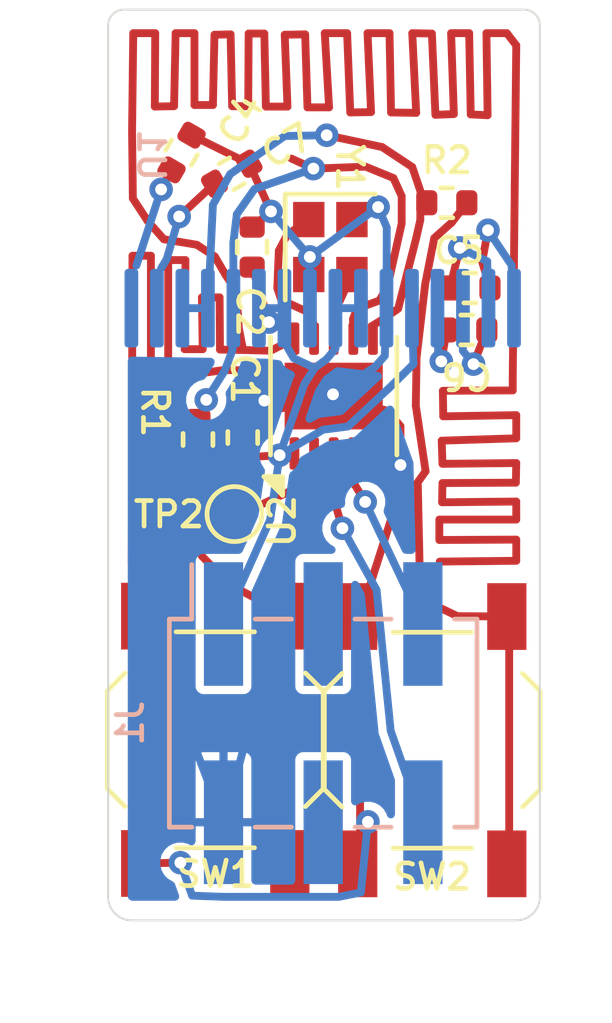
<source format=kicad_pcb>
(kicad_pcb (version 20241229) (generator "pcbnew") (generator_version "9.0")
  (layers (0 "F.Cu" signal) (2 "B.Cu" signal) (13 "F.Paste" user) (15 "B.Paste" user) (5 "F.SilkS" user "F.Silkscreen") (7 "B.SilkS" user "B.Silkscreen") (1 "F.Mask" user) (3 "B.Mask" user) (25 "Edge.Cuts" user))
  (net 0 "")
  (net 1 "GND")
  (net 2 "VDD")
  (net 3 "Net-(U1-VCC)")
  (net 4 "Net-(U1-C2P)")
  (net 5 "Net-(U1-C2N)")
  (net 6 "Net-(U1-C1N)")
  (net 7 "Net-(U1-C1P)")
  (net 8 "Net-(U1-VCOMH)")
  (net 9 "SWD")
  (net 11 "SWCLK")
  (net 13 "Net-(SW1-B)")
  (net 14 "Net-(SW1-A)")
  (net 15 "Net-(SW2-B)")
  (net 16 "DSCL")
  (net 17 "DSDA")
  (net 18 "Net-(U2-V5)")
  (net 19 "Net-(U2-XI)")
  (net 20 "Net-(U2-XO)")
  (footprint "Resistor_SMD:R_0402_1005Metric" (layer "F.Cu") (at 144.06 86.67 180)
    (property "Reference" "C6" (at 0 -1.17 180) (layer "F.SilkS") (effects (font (size 0.65 0.65) (thickness 0.12))))
    (property "Value" "1u")
    (fp_line (start -0.153641 0.38) (end 0.153641 0.38) (stroke (width 0.12)) (layer "F.SilkS"))
    (fp_line (start -0.153641 -0.38) (end 0.153641 -0.38) (stroke (width 0.12)) (layer "F.SilkS"))
    (pad "1" smd roundrect (at -0.51 0 180) (size 0.54 0.64) (layers "F.Cu" "F.Mask" "F.Paste") (net 7 "Net-(U1-C1P)"))
    (pad "2" smd roundrect (at 0.51 0 180) (size 0.54 0.64) (layers "F.Cu" "F.Mask" "F.Paste") (net 6 "Net-(U1-C1N)"))
  )
  (footprint "Crystal:Crystal_SMD_2016-4Pin_2.0x1.6mm" (layer "F.Cu") (at 140.582499 84.55875 -90)
    (property "Reference" "Y1" (at -2.01875 -0.497501 270) (layer "F.SilkS") (effects (font (size 0.65 0.65) (thickness 0.12))))
    (property "Value" "32MHz")
    (fp_line (start -1.35 1.15) (end 1.35 1.15) (stroke (width 0.12)) (layer "F.SilkS"))
    (fp_line (start -1.35 -1.15) (end -1.35 1.15) (stroke (width 0.12)) (layer "F.SilkS"))
    (pad "1" smd rect (at -0.7 0.55 270) (size 0.9 0.8) (layers "F.Cu" "F.Mask" "F.Paste") (net 19 "Net-(U2-XI)"))
    (pad "2" smd rect (at 0.7 0.55 270) (size 0.9 0.8) (layers "F.Cu" "F.Mask" "F.Paste") (net 1 "GND"))
    (pad "3" smd rect (at 0.7 -0.55 270) (size 0.9 0.8) (layers "F.Cu" "F.Mask" "F.Paste") (net 20 "Net-(U2-XO)"))
    (pad "4" smd rect (at -0.7 -0.55 270) (size 0.9 0.8) (layers "F.Cu" "F.Mask" "F.Paste") (net 1 "GND"))
  )
  (footprint "Resistor_SMD:R_0402_1005Metric" (layer "F.Cu") (at 138.35 89.41 -90)
    (property "Reference" "C1" (at -1.5 -0.05 270) (layer "F.SilkS") (effects (font (size 0.65 0.65) (thickness 0.12))))
    (property "Value" "1u")
    (fp_line (start -0.153641 0.38) (end 0.153641 0.38) (stroke (width 0.12)) (layer "F.SilkS"))
    (fp_line (start -0.153641 -0.38) (end 0.153641 -0.38) (stroke (width 0.12)) (layer "F.SilkS"))
    (pad "1" smd roundrect (at -0.51 0 270) (size 0.54 0.64) (layers "F.Cu" "F.Mask" "F.Paste") (net 1 "GND"))
    (pad "2" smd roundrect (at 0.51 0 270) (size 0.54 0.64) (layers "F.Cu" "F.Mask" "F.Paste") (net 2 "VDD"))
  )
  (footprint "Button_Switch_SMD:SW_SPST_TL3342" (layer "F.Cu") (at 137.65 97.11 90)
    (property "Reference" "SW1" (at -3.42 0 0) (layer "F.SilkS") (effects (font (size 0.65 0.65) (thickness 0.12))))
    (property "Value" "TS-1187A-B-A-B")
    (fp_line (start -1.25 -2.75) (end 1.25 -2.75) (stroke (width 0.12)) (layer "F.SilkS"))
    (fp_line (start 1.7 -2.3) (end 1.25 -2.75) (stroke (width 0.12)) (layer "F.SilkS"))
    (fp_line (start -1.7 -2.3) (end -1.25 -2.75) (stroke (width 0.12)) (layer "F.SilkS"))
    (fp_line (start 2.75 -1) (end 2.75 1) (stroke (width 0.12)) (layer "F.SilkS"))
    (fp_line (start -2.75 -1) (end -2.75 1) (stroke (width 0.12)) (layer "F.SilkS"))
    (fp_line (start 1.7 2.3) (end 1.25 2.75) (stroke (width 0.12)) (layer "F.SilkS"))
    (fp_line (start -1.7 2.3) (end -1.25 2.75) (stroke (width 0.12)) (layer "F.SilkS"))
    (fp_line (start -1.25 2.75) (end 1.25 2.75) (stroke (width 0.12)) (layer "F.SilkS"))
    (pad "1" smd rect (at -3.149999 -1.9 90) (size 1.7 1) (layers "F.Cu" "F.Mask" "F.Paste") (net 14 "Net-(SW1-A)"))
    (pad "1" smd rect (at 3.149999 -1.9 90) (size 1.7 1) (layers "F.Cu" "F.Mask" "F.Paste") (net 14 "Net-(SW1-A)"))
    (pad "2" smd rect (at -3.149999 1.9 90) (size 1.7 1) (layers "F.Cu" "F.Mask" "F.Paste") (net 13 "Net-(SW1-B)"))
    (pad "2" smd rect (at 3.149999 1.9 90) (size 1.7 1) (layers "F.Cu" "F.Mask" "F.Paste") (net 13 "Net-(SW1-B)"))
  )
  (footprint "Resistor_SMD:R_0402_1005Metric" (layer "F.Cu") (at 138.59 84.56 -90)
    (property "Reference" "C2" (at 1.64 0.05 270) (layer "F.SilkS") (effects (font (size 0.65 0.65) (thickness 0.12))))
    (property "Value" "1u")
    (fp_line (start -0.153641 0.38) (end 0.153641 0.38) (stroke (width 0.12)) (layer "F.SilkS"))
    (fp_line (start -0.153641 -0.38) (end 0.153641 -0.38) (stroke (width 0.12)) (layer "F.SilkS"))
    (pad "1" smd roundrect (at -0.51 0 270) (size 0.54 0.64) (layers "F.Cu" "F.Mask" "F.Paste") (net 1 "GND"))
    (pad "2" smd roundrect (at 0.51 0 270) (size 0.54 0.64) (layers "F.Cu" "F.Mask" "F.Paste") (net 2 "VDD"))
  )
  (footprint "TestPoint:TestPoint_Pad_D1.0mm" (layer "F.Cu") (at 138.14 91.36)
    (property "Reference" "TP2" (at -1.67 0.01 0) (layer "F.SilkS") (effects (font (size 0.65 0.65) (thickness 0.12))))
    (property "Value" "V5TP")
    (fp_circle (center 0 0) (end 0 0.7) (stroke (width 0.12)) (fill no) (layer "F.SilkS"))
    (pad "1" smd circle (at 0 0) (size 1 1) (layers "F.Cu" "F.Mask") (net 18 "Net-(U2-V5)"))
  )
  (footprint "Resistor_SMD:R_0402_1005Metric" (layer "F.Cu") (at 144.14 85.6)
    (property "Reference" "C5" (at -0.28 -0.95 0) (layer "F.SilkS") (effects (font (size 0.65 0.65) (thickness 0.12))))
    (property "Value" "1u")
    (fp_line (start -0.153641 -0.38) (end 0.153641 -0.38) (stroke (width 0.12)) (layer "F.SilkS"))
    (fp_line (start -0.153641 0.38) (end 0.153641 0.38) (stroke (width 0.12)) (layer "F.SilkS"))
    (pad "1" smd roundrect (at -0.51 0) (size 0.54 0.64) (layers "F.Cu" "F.Mask" "F.Paste") (net 5 "Net-(U1-C2N)"))
    (pad "2" smd roundrect (at 0.51 0) (size 0.54 0.64) (layers "F.Cu" "F.Mask" "F.Paste") (net 4 "Net-(U1-C2P)"))
  )
  (footprint "Button_Switch_SMD:SW_SPST_TL3342" (layer "F.Cu") (at 143.18 97.12 90)
    (property "Reference" "SW2" (at -3.48 -0.01 0) (layer "F.SilkS") (effects (font (size 0.65 0.65) (thickness 0.12))))
    (property "Value" "TS-1187A-B-A-B")
    (fp_line (start -1.25 -2.75) (end 1.25 -2.75) (stroke (width 0.12)) (layer "F.SilkS"))
    (fp_line (start 1.7 -2.3) (end 1.25 -2.75) (stroke (width 0.12)) (layer "F.SilkS"))
    (fp_line (start -1.7 -2.3) (end -1.25 -2.75) (stroke (width 0.12)) (layer "F.SilkS"))
    (fp_line (start 2.75 -1) (end 2.75 1) (stroke (width 0.12)) (layer "F.SilkS"))
    (fp_line (start -2.75 -1) (end -2.75 1) (stroke (width 0.12)) (layer "F.SilkS"))
    (fp_line (start 1.7 2.3) (end 1.25 2.75) (stroke (width 0.12)) (layer "F.SilkS"))
    (fp_line (start -1.7 2.3) (end -1.25 2.75) (stroke (width 0.12)) (layer "F.SilkS"))
    (fp_line (start -1.25 2.75) (end 1.25 2.75) (stroke (width 0.12)) (layer "F.SilkS"))
    (pad "1" smd rect (at -3.149999 -1.9 90) (size 1.7 1) (layers "F.Cu" "F.Mask" "F.Paste") (net 14 "Net-(SW1-A)"))
    (pad "1" smd rect (at 3.149999 -1.9 90) (size 1.7 1) (layers "F.Cu" "F.Mask" "F.Paste") (net 14 "Net-(SW1-A)"))
    (pad "2" smd rect (at -3.149999 1.9 90) (size 1.7 1) (layers "F.Cu" "F.Mask" "F.Paste") (net 15 "Net-(SW2-B)"))
    (pad "2" smd rect (at 3.149999 1.9 90) (size 1.7 1) (layers "F.Cu" "F.Mask" "F.Paste") (net 15 "Net-(SW2-B)"))
  )
  (footprint "Resistor_SMD:R_0402_1005Metric" (layer "F.Cu") (at 137.21 89.46 90)
    (property "Reference" "R1" (at 0.701962 -1.095833 270) (layer "F.SilkS") (effects (font (size 0.65 0.65) (thickness 0.12))))
    (property "Value" "5.1k")
    (fp_line (start -0.153641 -0.38) (end 0.153641 -0.38) (stroke (width 0.12)) (layer "F.SilkS"))
    (fp_line (start -0.153641 0.38) (end 0.153641 0.38) (stroke (width 0.12)) (layer "F.SilkS"))
    (pad "1" smd roundrect (at -0.51 0 90) (size 0.54 0.64) (layers "F.Cu" "F.Mask" "F.Paste") (net 13 "Net-(SW1-B)"))
    (pad "2" smd roundrect (at 0.51 0 90) (size 0.54 0.64) (layers "F.Cu" "F.Mask" "F.Paste") (net 16 "DSCL"))
  )
  (footprint "Resistor_SMD:R_0402_1005Metric" (layer "F.Cu") (at 138.07 82.69 30)
    (property "Reference" "C7" (at 1.575343 0.091426 30) (layer "F.SilkS") (effects (font (size 0.65 0.65) (thickness 0.12))))
    (property "Value" "1u")
    (fp_line (start -0.153641 -0.38) (end 0.153641 -0.38) (stroke (width 0.12)) (layer "F.SilkS"))
    (fp_line (start -0.153641 0.38) (end 0.153641 0.38) (stroke (width 0.12)) (layer "F.SilkS"))
    (pad "1" smd roundrect (at -0.51 0 30) (size 0.54 0.64) (layers "F.Cu" "F.Mask" "F.Paste") (net 8 "Net-(U1-VCOMH)"))
    (pad "2" smd roundrect (at 0.51 0 30) (size 0.54 0.64) (layers "F.Cu" "F.Mask" "F.Paste") (net 1 "GND"))
  )
  (footprint "Resistor_SMD:R_0402_1005Metric" (layer "F.Cu") (at 136.79 82.15 60)
    (property "Reference" "C4" (at 1.482461 0.887698 60) (layer "F.SilkS") (effects (font (size 0.65 0.65) (thickness 0.12))))
    (property "Value" "1u")
    (fp_line (start -0.153641 -0.38) (end 0.153641 -0.38) (stroke (width 0.12)) (layer "F.SilkS"))
    (fp_line (start -0.153641 0.38) (end 0.153641 0.38) (stroke (width 0.12)) (layer "F.SilkS"))
    (pad "1" smd roundrect (at -0.51 0 60) (size 0.54 0.64) (layers "F.Cu" "F.Mask" "F.Paste") (net 3 "Net-(U1-VCC)"))
    (pad "2" smd roundrect (at 0.51 0 60) (size 0.54 0.64) (layers "F.Cu" "F.Mask" "F.Paste") (net 1 "GND"))
  )
  (footprint "Package_DFN_QFN:DFN-10-1EP_3x3mm_P0.5mm_EP1.7x2.5mm" (layer "F.Cu") (at 140.6675 88.35375 90)
    (property "Reference" "U2" (at -3.18625 -1.3175 90) (layer "F.SilkS") (effects (font (size 0.65 0.65) (thickness 0.12))))
    (property "Value" "CH570Q")
    (fp_line (start -1.5 -1.61) (end 1.5 -1.61) (stroke (width 0.12)) (layer "F.SilkS"))
    (fp_line (start -1.5 1.61) (end 1.5 1.61) (stroke (width 0.12)) (layer "F.SilkS"))
    (fp_poly (pts (xy -2.05 -1.3) (xy -2.53 -1.3) (xy -2.05 -1.78)) (stroke (width 0.12)) (fill yes) (layer "F.SilkS"))
    (pad "1" smd roundrect (at -1.4625 -1 90) (size 0.825 0.25) (layers "F.Cu" "F.Mask" "F.Paste") (net 2 "VDD"))
    (pad "2" smd roundrect (at -1.4625 -0.5 90) (size 0.825 0.25) (layers "F.Cu" "F.Mask" "F.Paste") (net 18 "Net-(U2-V5)"))
    (pad "3" smd roundrect (at -1.4625 0 90) (size 0.825 0.25) (layers "F.Cu" "F.Mask" "F.Paste") (net 9 "SWD"))
    (pad "4" smd roundrect (at -1.4625 0.5 90) (size 0.825 0.25) (layers "F.Cu" "F.Mask" "F.Paste") (net 11 "SWCLK"))
    (pad "5" smd roundrect (at -1.4625 1 90) (size 0.825 0.25) (layers "F.Cu" "F.Mask" "F.Paste") (net 14 "Net-(SW1-A)"))
    (pad "6" smd roundrect (at 1.4625 1 90) (size 0.825 0.25) (layers "F.Cu" "F.Mask" "F.Paste") (net 17 "DSDA"))
    (pad "7" smd roundrect (at 1.4625 0.5 90) (size 0.825 0.25) (layers "F.Cu" "F.Mask" "F.Paste") (net 16 "DSCL"))
    (pad "8" smd roundrect (at 1.4625 0 90) (size 0.825 0.25) (layers "F.Cu" "F.Mask" "F.Paste") (net 20 "Net-(U2-XO)"))
    (pad "9" smd roundrect (at 1.4625 -0.5 90) (size 0.825 0.25) (layers "F.Cu" "F.Mask" "F.Paste") (net 19 "Net-(U2-XI)"))
    (pad "10" smd roundrect (at 1.4625 -1 90) (size 0.825 0.25) (layers "F.Cu" "F.Mask" "F.Paste") (net 1 "GND"))
    (pad "11" smd rect (at 0 0 90) (size 1.7 2.5) (property pad_prop_heatsink) (layers "F.Cu" "F.Mask") (net 1 "GND"))
  )
  (footprint "Resistor_SMD:R_0402_1005Metric" (layer "F.Cu") (at 143.55 83.43 180)
    (property "Reference" "R2" (at 0 1.08 0) (layer "F.SilkS") (effects (font (size 0.65 0.65) (thickness 0.12))))
    (property "Value" "5.1k")
    (fp_line (start -0.153641 0.38) (end 0.153641 0.38) (stroke (width 0.12)) (layer "F.SilkS"))
    (fp_line (start -0.153641 -0.38) (end 0.153641 -0.38) (stroke (width 0.12)) (layer "F.SilkS"))
    (pad "1" smd roundrect (at -0.51 0 180) (size 0.54 0.64) (layers "F.Cu" "F.Mask" "F.Paste") (net 15 "Net-(SW2-B)"))
    (pad "2" smd roundrect (at 0.51 0 180) (size 0.54 0.64) (layers "F.Cu" "F.Mask" "F.Paste") (net 17 "DSDA"))
  )
  (footprint "cnhardware:P0.65mm_16_pin_OLED_FLEX_CONTACT" (layer "B.Cu") (at 135.5125 82.215 90)
    (property "Reference" "U1" (at 0 0.499999 270) (layer "B.SilkS") (effects (font (size 0.65 0.65) (thickness 0.12)) (justify mirror)))
    (property "Value" "~")
    (pad "1" smd roundrect (at -3.9 9.750001 90) (size 2 0.35) (layers "B.Cu" "B.Mask" "B.Paste") (net 4 "Net-(U1-C2P)"))
    (pad "2" smd roundrect (at -3.9 9.1 90) (size 2 0.35) (layers "B.Cu" "B.Mask" "B.Paste") (net 5 "Net-(U1-C2N)"))
    (pad "3" smd roundrect (at -3.9 8.45 90) (size 2 0.35) (layers "B.Cu" "B.Mask" "B.Paste") (net 7 "Net-(U1-C1P)"))
    (pad "4" smd roundrect (at -3.9 7.799999 90) (size 2 0.35) (layers "B.Cu" "B.Mask" "B.Paste") (net 6 "Net-(U1-C1N)"))
    (pad "5" smd roundrect (at -3.9 7.15 90) (size 2 0.35) (layers "B.Cu" "B.Mask" "B.Paste") (net 2 "VDD"))
    (pad "6" smd roundrect (at -3.9 6.500001 90) (size 2 0.35) (layers "B.Cu" "B.Mask" "B.Paste") (net 1 "GND"))
    (pad "7" smd roundrect (at -3.9 5.85 90) (size 2 0.35) (layers "B.Cu" "B.Mask" "B.Paste") (net 2 "VDD"))
    (pad "8" smd roundrect (at -3.9 5.2 90) (size 2 0.35) (layers "B.Cu" "B.Mask" "B.Paste") (net 2 "VDD"))
    (pad "9" smd roundrect (at -3.9 4.549999 90) (size 2 0.35) (layers "B.Cu" "B.Mask" "B.Paste") (net 1 "GND"))
    (pad "10" smd roundrect (at -3.9 3.9 90) (size 2 0.35) (layers "B.Cu" "B.Mask" "B.Paste") (net 2 "VDD"))
    (pad "11" smd roundrect (at -3.899999 3.25 90) (size 2 0.35) (layers "B.Cu" "B.Mask" "B.Paste") (net 2 "VDD"))
    (pad "12" smd roundrect (at -3.9 2.6 90) (size 2 0.35) (layers "B.Cu" "B.Mask" "B.Paste") (net 16 "DSCL"))
    (pad "13" smd roundrect (at -3.9 1.95 90) (size 2 0.35) (layers "B.Cu" "B.Mask" "B.Paste") (net 17 "DSDA"))
    (pad "14" smd roundrect (at -3.9 1.3 90) (size 2 0.35) (layers "B.Cu" "B.Mask" "B.Paste") (net 17 "DSDA"))
    (pad "15" smd roundrect (at -3.9 0.65 90) (size 2 0.35) (layers "B.Cu" "B.Mask" "B.Paste") (net 8 "Net-(U1-VCOMH)"))
    (pad "16" smd roundrect (at -3.899999 0 90) (size 2 0.35) (layers "B.Cu" "B.Mask" "B.Paste") (net 3 "Net-(U1-VCC)"))
  )
  (footprint "Connector_PinHeader_2.54mm:PinHeader_2x03_P2.54mm_Vertical_SMD" (layer "B.Cu") (at 140.4 96.685 -90)
    (property "Reference" "J1" (at 0 4.919999 90) (layer "B.SilkS") (effects (font (size 0.65 0.65) (thickness 0.12)) (justify mirror)))
    (property "Value" "SAO")
    (fp_line (start -2.65 3.920001) (end 2.65 3.920001) (stroke (width 0.12)) (layer "B.SilkS"))
    (fp_line (start -2.65 3.920001) (end -2.65 3.35) (stroke (width 0.12)) (layer "B.SilkS"))
    (fp_line (start 2.65 3.920001) (end 2.65 3.35) (stroke (width 0.12)) (layer "B.SilkS"))
    (fp_line (start -4.04 3.35) (end -2.65 3.35) (stroke (width 0.12)) (layer "B.SilkS"))
    (fp_line (start -2.65 1.73) (end -2.649999 0.81) (stroke (width 0.12)) (layer "B.SilkS"))
    (fp_line (start 2.65 1.73) (end 2.649999 0.81) (stroke (width 0.12)) (layer "B.SilkS"))
    (fp_line (start -2.649999 -0.81) (end -2.65 -1.73) (stroke (width 0.12)) (layer "B.SilkS"))
    (fp_line (start 2.649999 -0.81) (end 2.65 -1.73) (stroke (width 0.12)) (layer "B.SilkS"))
    (fp_line (start -2.65 -3.35) (end -2.65 -3.920001) (stroke (width 0.12)) (layer "B.SilkS"))
    (fp_line (start 2.65 -3.35) (end 2.65 -3.920001) (stroke (width 0.12)) (layer "B.SilkS"))
    (fp_line (start -2.65 -3.920001) (end 2.65 -3.920001) (stroke (width 0.12)) (layer "B.SilkS"))
    (pad "1" smd rect (at -2.525 2.54 270) (size 3.15 1) (layers "B.Cu" "B.Mask" "B.Paste") (net 2 "VDD"))
    (pad "2" smd rect (at 2.525 2.54 270) (size 3.15 1) (layers "B.Cu" "B.Mask" "B.Paste") (net 1 "GND"))
    (pad "3" smd rect (at -2.525001 0 270) (size 3.15 1) (layers "B.Cu" "B.Mask" "B.Paste"))
    (pad "4" smd rect (at 2.525001 0 270) (size 3.15 1) (layers "B.Cu" "B.Mask" "B.Paste"))
    (pad "5" smd rect (at -2.525 -2.54 270) (size 3.15 1) (layers "B.Cu" "B.Mask" "B.Paste") (net 11 "SWCLK"))
    (pad "6" smd rect (at 2.525 -2.54 270) (size 3.15 1) (layers "B.Cu" "B.Mask" "B.Paste") (net 9 "SWD"))
  )
  (gr_line (start 145.52 78.51) (end 135.32 78.51) (stroke (width 0.05)) (layer "Edge.Cuts"))
  (gr_arc (start 134.92 78.91) (mid 135.037157 78.627157) (end 135.32 78.51) (stroke (width 0.05)) (layer "Edge.Cuts"))
  (gr_arc (start 145.92 101.11) (mid 145.744264 101.534264) (end 145.32 101.71) (stroke (width 0.05)) (layer "Edge.Cuts"))
  (gr_arc (start 145.52 78.51) (mid 145.802843 78.627157) (end 145.92 78.91) (stroke (width 0.05)) (layer "Edge.Cuts"))
  (gr_line (start 145.92 101.11) (end 145.92 78.91) (stroke (width 0.05)) (layer "Edge.Cuts"))
  (gr_line (start 134.92 101.11) (end 134.92 78.91) (stroke (width 0.05)) (layer "Edge.Cuts"))
  (gr_arc (start 135.52 101.71) (mid 135.095736 101.534264) (end 134.92 101.11) (stroke (width 0.05)) (layer "Edge.Cuts"))
  (gr_line (start 145.32 101.71) (end 135.52 101.71) (stroke (width 0.05)) (layer "Edge.Cuts"))
  (segment (start 140.6675 88.35375) (end 140.65 88.31) (width 0.2) (layer "F.Cu") (net 1))
  (segment (start 142.09 79.11) (end 142.13 81.13) (width 0.2) (layer "F.Cu") (net 1))
  (segment (start 141.09 81.13) (end 141.62 81.12) (width 0.2) (layer "F.Cu") (net 1))
  (segment (start 143.36 91.5) (end 143.36 92.02) (width 0.2) (layer "F.Cu") (net 1))
  (segment (start 138.04 79.14) (end 138.08 80.97) (width 0.2) (layer "F.Cu") (net 1))
  (segment (start 139.06 87.2) (end 138.36 87.18) (width 0.2) (layer "F.Cu") (net 1))
  (segment (start 139.42 79.15) (end 139.94 79.14) (width 0.2) (layer "F.Cu") (net 1))
  (segment (start 136.11 80.98) (end 136.6 80.97) (width 0.2) (layer "F.Cu") (net 1))
  (segment (start 137.87 87.69) (end 138.41 87.7) (width 0.2) (layer "F.Cu") (net 1))
  (segment (start 136.6 88.17) (end 135.98 88.16) (width 0.2) (layer "F.Cu") (net 1))
  (segment (start 136.6 80.97) (end 136.64 79.11) (width 0.2) (layer "F.Cu") (net 1))
  (segment (start 136.87 87.16) (end 136.89 84.89) (width 0.2) (layer "F.Cu") (net 1))
  (segment (start 138.25 86.62) (end 138.2 85.87) (width 0.2) (layer "F.Cu") (net 1))
  (segment (start 142.04 88.73) (end 140.6675 88.35375) (width 0.2) (layer "F.Cu") (net 1))
  (segment (start 138.35 88.9) (end 140.6675 88.35375) (width 0.2) (layer "F.Cu") (net 1))
  (segment (start 141.01 79.11) (end 141.09 81.13) (width 0.2) (layer "F.Cu") (net 1))
  (segment (start 143.43 91.06) (end 145.32 91.04) (width 0.2) (layer "F.Cu") (net 1))
  (segment (start 136.81 87.96) (end 137.16 87.79) (width 0.2) (layer "F.Cu") (net 1))
  (segment (start 137.92 85.28) (end 137.64 84.8) (width 0.2) (layer "F.Cu") (net 1))
  (segment (start 138.9 79.12) (end 138.94 80.98) (width 0.2) (layer "F.Cu") (net 1))
  (segment (start 137.18 84.5) (end 136.34 84.36) (width 0.2) (layer "F.Cu") (net 1))
  (segment (start 144.16 81.18) (end 144.59 81.2) (width 0.2) (layer "F.Cu") (net 1))
  (segment (start 135.54 84.78) (end 135.52 92.63) (width 0.2) (layer "F.Cu") (net 1))
  (segment (start 138.49 80.97) (end 138.5 79.12) (width 0.2) (layer "F.Cu") (net 1))
  (segment (start 141.132499 83.85875) (end 141.8 83.54) (width 0.2) (layer "F.Cu") (net 1))
  (segment (start 137.59 80.94) (end 137.63 79.15) (width 0.2) (layer "F.Cu") (net 1))
  (segment (start 141.53 79.11) (end 142.09 79.11) (width 0.2) (layer "F.Cu") (net 1))
  (segment (start 137.76 85.84) (end 137.31 85.84) (width 0.2) (layer "F.Cu") (net 1))
  (segment (start 145.23 87.92) (end 145.23 88.21) (width 0.2) (layer "F.Cu") (net 1))
  (segment (start 136.01 87.72) (end 136.01 84.78) (width 0.2) (layer "F.Cu") (net 1))
  (segment (start 144.12 79.11) (end 144.16 81.18) (width 0.2) (layer "F.Cu") (net 1))
  (segment (start 143.26 81.19) (end 143.73 81.17) (width 0.2) (layer "F.Cu") (net 1))
  (segment (start 138.36 87.18) (end 137.77 87.17) (width 0.2) (layer "F.Cu") (net 1))
  (segment (start 139.49 80.98) (end 139.42 79.15) (width 0.2) (layer "F.Cu") (net 1))
  (segment (start 136.45 84.89) (end 136.45 87.72) (width 0.2) (layer "F.Cu") (net 1))
  (segment (start 145.32 89.43) (end 143.42 89.49) (width 0.2) (layer "F.Cu") (net 1))
  (segment (start 143.44 90.08) (end 145.32 90.06) (width 0.2) (layer "F.Cu") (net 1))
  (segment (start 140.06 84.81) (end 140.032499 85.25875) (width 0.2) (layer "F.Cu") (net 1))
  (segment (start 141.62 81.12) (end 141.53 79.11) (width 0.2) (layer "F.Cu") (net 1))
  (segment (start 139.47 87.7) (end 140.6675 88.35375) (width 0.2) (layer "F.Cu") (net 1))
  (segment (start 145.32 79.42) (end 145.23 87.92) (width 0.2) (layer "F.Cu") (net 1))
  (segment (start 142.13 81.13) (end 142.77 81.14) (width 0.2) (layer "F.Cu") (net 1))
  (segment (start 137.16 87.79) (end 137.87 87.69) (width 0.2) (layer "F.Cu") (net 1))
  (segment (start 143.36 92.02) (end 145.32 92.01) (width 0.2) (layer "F.Cu") (net 1))
  (segment (start 137.63 79.15) (end 138.04 79.14) (width 0.2) (layer "F.Cu") (net 1))
  (segment (start 138.36 87.18) (end 138.25 86.62) (width 0.2) (layer "F.Cu") (net 1))
  (segment (start 135.52 92.63) (end 135.95 92.63) (width 0.2) (layer "F.Cu") (net 1))
  (segment (start 136.01 84.78) (end 135.54 84.78) (width 0.2) (layer "F.Cu") (net 1))
  (segment (start 143.44 90.57) (end 143.43 91.06) (width 0.2) (layer "F.Cu") (net 1))
  (segment (start 136.12 79.11) (end 136.11 80.98) (width 0.2) (layer "F.Cu") (net 1))
  (segment (start 135.55 83.32) (end 135.53 81.6) (width 0.2) (layer "F.Cu") (net 1))
  (segment (start 138.08 80.97) (end 138.49 80.97) (width 0.2) (layer "F.Cu") (net 1))
  (segment (start 140.44 79.11) (end 141.01 79.11) (width 0.2) (layer "F.Cu") (net 1))
  (segment (start 138.41 87.7) (end 138.92 87.65) (width 0.2) (layer "F.Cu") (net 1))
  (segment (start 135.53 81.6) (end 135.56 79.11) (width 0.2) (layer "F.Cu") (net 1))
  (segment (start 140 81) (end 140.55 81) (width 0.2) (layer "F.Cu") (net 1))
  (segment (start 137.12 79.11) (end 137.12 80.94) (width 0.2) (layer "F.Cu") (net 1))
  (segment (start 143.45 88.22) (end 143.46 88.87) (width 0.2) (layer "F.Cu") (net 1))
  (segment (start 136.49 88.58) (end 136.49 89.09) (width 0.2) (layer "F.Cu") (net 1))
  (segment (start 136.64 79.11) (end 137.12 79.11) (width 0.2) (layer "F.Cu") (net 1))
  (segment (start 138.94 80.98) (end 139.49 80.98) (width 0.2) (layer "F.Cu") (net 1))
  (segment (start 135.96 88.54) (end 136.49 88.58) (width 0.2) (layer "F.Cu") (net 1))
  (segment (start 138.5 79.12) (end 138.9 79.12) (width 0.2) (layer "F.Cu") (net 1))
  (segment (start 138.511673 82.435) (end 139.07 83.65) (width 0.2) (layer "F.Cu") (net 1))
  (segment (start 136.45 87.72) (end 136.01 87.72) (width 0.2) (layer "F.Cu") (net 1))
  (segment (start 143.46 88.87) (end 145.32 88.84) (width 0.2) (layer "F.Cu") (net 1))
  (segment (start 145.32 88.84) (end 145.32 89.43) (width 0.2) (layer "F.Cu") (net 1))
  (segment (start 143.17 79.12) (end 143.26 81.19) (width 0.2) (layer "F.Cu") (net 1))
  (segment (start 145.23 88.21) (end 143.45 88.22) (width 0.2) (layer "F.Cu") (net 1))
  (segment (start 145.32 92.01) (end 145.32 92.55) (width 0.2) (layer "F.Cu") (net 1))
  (segment (start 142.77 81.14) (end 142.67 79.11) (width 0.2) (layer "F.Cu") (net 1))
  (segment (start 137.64 84.8) (end 137.18 84.5) (width 0.2) (layer "F.Cu") (net 1))
  (segment (start 142.37 90.11) (end 142.37 89.12) (width 0.2) (layer "F.Cu") (net 1))
  (segment (start 143.73 81.17) (end 143.66 79.11) (width 0.2) (layer "F.Cu") (net 1))
  (segment (start 143.42 89.49) (end 143.44 90.08) (width 0.2) (layer "F.Cu") (net 1))
  (segment (start 138.92 87.65) (end 139.47 87.7) (width 0.2) (layer "F.Cu") (net 1))
  (segment (start 145.08 79.11) (end 145.32 79.42) (width 0.2) (layer "F.Cu") (net 1))
  (segment (start 135.94 89.1) (end 135.95 92.63) (width 0.2) (layer "F.Cu") (net 1))
  (segment (start 145.32 90.06) (end 145.31 90.56) (width 0.2) (layer "F.Cu") (net 1))
  (segment (start 136.49 89.09) (end 135.94 89.1) (width 0.2) (layer "F.Cu") (net 1))
  (segment (start 145.32 92.55) (end 143.37 92.57) (width 0.2) (layer "F.Cu") (net 1))
  (segment (start 135.56 79.11) (end 136.12 79.11) (width 0.2) (layer "F.Cu") (net 1))
  (segment (start 142.67 79.11) (end 143.17 79.12) (width 0.2) (layer "F.Cu") (net 1))
  (segment (start 143.66 79.11) (end 144.12 79.11) (width 0.2) (layer "F.Cu") (net 1))
  (segment (start 138.1 85.55) (end 137.92 85.28) (width 0.2) (layer "F.Cu") (net 1))
  (segment (start 136.89 84.89) (end 136.45 84.89) (width 0.2) (layer "F.Cu") (net 1))
  (segment (start 145.32 91.04) (end 145.32 91.5) (width 0.2) (layer "F.Cu") (net 1))
  (segment (start 135.98 88.16) (end 135.96 88.54) (width 0.2) (layer "F.Cu") (net 1))
  (segment (start 137.33 87.16) (end 136.87 87.16) (width 0.2) (layer "F.Cu") (net 1))
  (segment (start 138.35 88.9) (end 138.9 88.47) (width 0.2) (layer "F.Cu") (net 1))
  (segment (start 144.56 79.11) (end 145.08 79.11) (width 0.2) (layer "F.Cu") (net 1))
  (segment (start 139.6675 86.89125) (end 139.06 87.2) (width 0.2) (layer "F.Cu") (net 1))
  (segment (start 137.12 80.94) (end 137.59 80.94) (width 0.2) (layer "F.Cu") (net 1))
  (segment (start 139.94 79.14) (end 140 81) (width 0.2) (layer "F.Cu") (net 1))
  (segment (start 137.31 85.84) (end 137.33 87.16) (width 0.2) (layer "F.Cu") (net 1))
  (segment (start 136.34 84.36) (end 135.93 83.9) (width 0.2) (layer "F.Cu") (net 1))
  (segment (start 142.37 89.12) (end 142.04 88.73) (width 0.2) (layer "F.Cu") (net 1))
  (segment (start 135.93 83.9) (end 135.55 83.32) (width 0.2) (layer "F.Cu") (net 1))
  (segment (start 138.2 85.87) (end 138.1 85.55) (width 0.2) (layer "F.Cu") (net 1))
  (segment (start 145.31 90.56) (end 143.44 90.57) (width 0.2) (layer "F.Cu") (net 1))
  (segment (start 145.32 91.5) (end 143.36 91.5) (width 0.2) (layer "F.Cu") (net 1))
  (segment (start 136.6 88.17) (end 136.81 87.96) (width 0.2) (layer "F.Cu") (net 1))
  (segment (start 138.59 84.05) (end 139.07 83.65) (width 0.2) (layer "F.Cu") (net 1))
  (segment (start 144.59 81.2) (end 144.56 79.11) (width 0.2) (layer "F.Cu") (net 1))
  (segment (start 137.77 87.17) (end 137.76 85.84) (width 0.2) (layer "F.Cu") (net 1))
  (segment (start 140.55 81) (end 140.44 79.11) (width 0.2) (layer "F.Cu") (net 1))
  (segment (start 137.045 81.708327) (end 138.511673 82.435) (width 0.2) (layer "F.Cu") (net 1))
  (via (at 138.9 88.47) (size 0.6) (drill 0.3) (layers "F.Cu" "B.Cu") (net 1))
  (via (at 140.65 88.31) (size 0.6) (drill 0.3) (layers "F.Cu" "B.Cu") (net 1))
  (via (at 139.07 83.65) (size 0.6) (drill 0.3) (layers "F.Cu" "B.Cu") (net 1))
  (via (at 142.37 90.11) (size 0.6) (drill 0.3) (layers "F.Cu" "B.Cu") (net 1))
  (via (at 140.06 84.81) (size 0.6) (drill 0.3) (layers "F.Cu" "B.Cu") (net 1))
  (via (at 141.8 83.54) (size 0.6) (drill 0.3) (layers "F.Cu" "B.Cu") (net 1))
  (segment (start 136.6 92.4) (end 136.51 91.41) (width 0.2) (layer "B.Cu") (net 1))
  (segment (start 137.86 99.21) (end 137 96.95) (width 0.2) (layer "B.Cu") (net 1))
  (segment (start 141.72 87.61) (end 141.97 87.33) (width 0.2) (layer "B.Cu") (net 1))
  (segment (start 139.27 92.61) (end 138.76 95.64) (width 0.2) (layer "B.Cu") (net 1))
  (segment (start 140.65 88.31) (end 141.72 87.61) (width 0.2) (layer "B.Cu") (net 1))
  (segment (start 138.9 88.47) (end 137.68 89.24) (width 0.2) (layer "B.Cu") (net 1))
  (segment (start 136.67 93.62) (end 136.496949 92.456949) (width 0.2) (layer "B.Cu") (net 1))
  (segment (start 140.91 90.41) (end 140.03 91.16) (width 0.2) (layer "B.Cu") (net 1))
  (segment (start 136.99 89.13) (end 136.64 88.11) (width 0.2) (layer "B.Cu") (net 1))
  (segment (start 136.22 92.61) (end 136.496949 92.456949) (width 0.2) (layer "B.Cu") (net 1))
  (segment (start 136.64 88.11) (end 135.83 87.66) (width 0.2) (layer "B.Cu") (net 1))
  (segment (start 139.07 83.65) (end 140.06 84.81) (width 0.2) (layer "B.Cu") (net 1))
  (segment (start 140.06 84.81) (end 141.8 83.54) (width 0.2) (layer "B.Cu") (net 1))
  (segment (start 138.57 96.6) (end 137.86 99.21) (width 0.2) (layer "B.Cu") (net 1))
  (segment (start 140.062499 86.115) (end 140.06 84.81) (width 0.2) (layer "B.Cu") (net 1))
  (segment (start 142.02 84.06) (end 142.012501 86.115) (width 0.2) (layer "B.Cu") (net 1))
  (segment (start 136.51 91.41) (end 136.35 88.89) (width 0.2) (layer "B.Cu") (net 1))
  (segment (start 137 96.95) (end 136.67 93.62) (width 0.2) (layer "B.Cu") (net 1))
  (segment (start 141.97 87.33) (end 142.012501 86.115) (width 0.2) (layer "B.Cu") (net 1))
  (segment (start 136.496949 92.456949) (end 136.6 92.4) (width 0.2) (layer "B.Cu") (net 1))
  (segment (start 138.76 95.64) (end 138.57 96.6) (width 0.2) (layer "B.Cu") (net 1))
  (segment (start 141.8 83.54) (end 142.02 84.06) (width 0.2) (layer "B.Cu") (net 1))
  (segment (start 136.35 88.89) (end 136.6 88.41) (width 0.2) (layer "B.Cu") (net 1))
  (segment (start 140.03 91.16) (end 139.27 92.61) (width 0.2) (layer "B.Cu") (net 1))
  (segment (start 142.37 90.11) (end 140.91 90.41) (width 0.2) (layer "B.Cu") (net 1))
  (segment (start 137.68 89.24) (end 136.99 89.13) (width 0.2) (layer "B.Cu") (net 1))
  (segment (start 139.29 89.86) (end 138.35 89.92) (width 0.2) (layer "F.Cu") (net 2))
  (segment (start 139.29 89.86) (end 139.6675 89.81625) (width 0.2) (layer "F.Cu") (net 2))
  (segment (start 138.59 85.07) (end 139.02 86.47) (width 0.2) (layer "F.Cu") (net 2))
  (via (at 139.02 86.47) (size 0.6) (drill 0.3) (layers "F.Cu" "B.Cu") (net 2))
  (via (at 139.29 89.86) (size 0.6) (drill 0.3) (layers "F.Cu" "B.Cu") (net 2))
  (segment (start 142.7 87.54) (end 142.07 88.16) (width 0.2) (layer "B.Cu") (net 2))
  (segment (start 139.4125 86.115) (end 139.02 86.114999) (width 0.2) (layer "B.Cu") (net 2))
  (segment (start 139.02 86.114999) (end 138.7625 86.114999) (width 0.2) (layer "B.Cu") (net 2))
  (segment (start 139.29 89.86) (end 139.05 91.5) (width 0.2) (layer "B.Cu") (net 2))
  (segment (start 139.65 87.39) (end 140.18 87.64) (width 0.2) (layer "B.Cu") (net 2))
  (segment (start 141.3625 86.115) (end 140.7125 86.115) (width 0.2) (layer "B.Cu") (net 2))
  (segment (start 142.07 88.16) (end 141.03 89.13) (width 0.2) (layer "B.Cu") (net 2))
  (segment (start 139.05 91.5) (end 137.86 94.16) (width 0.2) (layer "B.Cu") (net 2))
  (segment (start 142.6625 86.115) (end 142.7 87.54) (width 0.2) (layer "B.Cu") (net 2))
  (segment (start 139.29 89.86) (end 139.92 88.05) (width 0.2) (layer "B.Cu") (net 2))
  (segment (start 140.18 87.64) (end 140.48 87.42) (width 0.2) (layer "B.Cu") (net 2))
  (segment (start 139.44 87.03) (end 139.65 87.39) (width 0.2) (layer "B.Cu") (net 2))
  (segment (start 139.4125 86.115) (end 139.44 87.03) (width 0.2) (layer "B.Cu") (net 2))
  (segment (start 140.48 87.42) (end 140.71 87.15) (width 0.2) (layer "B.Cu") (net 2))
  (segment (start 141.03 89.13) (end 140.4 89.21) (width 0.2) (layer "B.Cu") (net 2))
  (segment (start 140.4 89.21) (end 139.29 89.86) (width 0.2) (layer "B.Cu") (net 2))
  (segment (start 139.02 86.47) (end 139.02 86.114999) (width 0.2) (layer "B.Cu") (net 2))
  (segment (start 140.71 87.15) (end 140.7125 86.115) (width 0.2) (layer "B.Cu") (net 2))
  (segment (start 139.92 88.05) (end 140.18 87.64) (width 0.2) (layer "B.Cu") (net 2))
  (segment (start 136.535 82.591673) (end 136.27 83.09) (width 0.2) (layer "F.Cu") (net 3))
  (via (at 136.27 83.09) (size 0.6) (drill 0.3) (layers "F.Cu" "B.Cu") (net 3))
  (segment (start 136.27 83.09) (end 135.64 85.03) (width 0.2) (layer "B.Cu") (net 3))
  (segment (start 144.45 84.93) (end 144.65 85.6) (width 0.2) (layer "F.Cu") (net 4))
  (segment (start 144.6 84.13) (end 144.45 84.93) (width 0.2) (layer "F.Cu") (net 4))
  (via (at 144.6 84.13) (size 0.6) (drill 0.3) (layers "F.Cu" "B.Cu") (net 4))
  (segment (start 145.262501 86.115) (end 145.2 85.02) (width 0.2) (layer "B.Cu") (net 4))
  (segment (start 145.2 85.02) (end 144.6 84.13) (width 0.2) (layer "B.Cu") (net 4))
  (segment (start 143.63 85.6) (end 143.88 84.58) (width 0.2) (layer "F.Cu") (net 5))
  (via (at 143.88 84.58) (size 0.6) (drill 0.3) (layers "F.Cu" "B.Cu") (net 5))
  (segment (start 144.58 84.92) (end 144.6125 86.115) (width 0.2) (layer "B.Cu") (net 5))
  (segment (start 143.88 84.58) (end 144.58 84.92) (width 0.2) (layer "B.Cu") (net 5))
  (segment (start 144.6125 86.115) (end 144.6 85.51) (width 0.2) (layer "B.Cu") (net 5))
  (segment (start 143.55 86.67) (end 143.41 87.47) (width 0.2) (layer "F.Cu") (net 6))
  (via (at 143.41 87.47) (size 0.6) (drill 0.3) (layers "F.Cu" "B.Cu") (net 6))
  (segment (start 143.41 87.47) (end 143.33 87.27) (width 0.2) (layer "B.Cu") (net 6))
  (segment (start 143.33 87.27) (end 143.312499 86.115) (width 0.2) (layer "B.Cu") (net 6))
  (segment (start 144.23 87.54) (end 144.57 86.67) (width 0.2) (layer "F.Cu") (net 7))
  (via (at 144.23 87.54) (size 0.6) (drill 0.3) (layers "F.Cu" "B.Cu") (net 7))
  (segment (start 143.96 87.2) (end 143.9625 86.115) (width 0.2) (layer "B.Cu") (net 7))
  (segment (start 144.23 87.54) (end 143.96 87.2) (width 0.2) (layer "B.Cu") (net 7))
  (segment (start 137.628327 82.945) (end 136.73 83.78) (width 0.2) (layer "F.Cu") (net 8))
  (via (at 136.73 83.78) (size 0.6) (drill 0.3) (layers "F.Cu" "B.Cu") (net 8))
  (segment (start 136.41 84.87) (end 136.27 85.1) (width 0.2) (layer "B.Cu") (net 8))
  (segment (start 136.73 83.78) (end 136.41 84.87) (width 0.2) (layer "B.Cu") (net 8))
  (segment (start 140.6675 89.81625) (end 140.64 90.87) (width 0.2) (layer "F.Cu") (net 9))
  (segment (start 140.64 90.87) (end 140.89 91.72) (width 0.2) (layer "F.Cu") (net 9))
  (via (at 140.89 91.72) (size 0.6) (drill 0.3) (layers "F.Cu" "B.Cu") (net 9))
  (segment (start 141.76 93.29) (end 142.12 96.88) (width 0.2) (layer "B.Cu") (net 9))
  (segment (start 140.89 91.72) (end 141.76 93.29) (width 0.2) (layer "B.Cu") (net 9))
  (segment (start 142.12 96.88) (end 142.94 99.21) (width 0.2) (layer "B.Cu") (net 9))
  (segment (start 141.15 90.52) (end 141.47 91.05) (width 0.2) (layer "F.Cu") (net 11))
  (segment (start 141.1675 89.81625) (end 141.15 90.52) (width 0.2) (layer "F.Cu") (net 11))
  (via (at 141.47 91.05) (size 0.6) (drill 0.3) (layers "F.Cu" "B.Cu") (net 11))
  (segment (start 141.47 91.05) (end 142.94 94.16) (width 0.2) (layer "B.Cu") (net 11))
  (segment (start 139.52 100.259999) (end 139.52 93.960001) (width 0.2) (layer "F.Cu") (net 13))
  (segment (start 137.02 91.34) (end 137.31 92.43) (width 0.2) (layer "F.Cu") (net 13))
  (segment (start 137.21 89.97) (end 137.02 91.34) (width 0.2) (layer "F.Cu") (net 13))
  (segment (start 138.01 93.15) (end 139.52 93.960001) (width 0.2) (layer "F.Cu") (net 13))
  (segment (start 137.31 92.43) (end 138.01 93.15) (width 0.2) (layer "F.Cu") (net 13))
  (segment (start 141.54 99.2) (end 141.34 100.269999) (width 0.2) (layer "F.Cu") (net 14))
  (segment (start 141.84 90.55) (end 141.68 90.25) (width 0.2) (layer "F.Cu") (net 14))
  (segment (start 141.34 93.970001) (end 142.16 91.4) (width 0.2) (layer "F.Cu") (net 14))
  (segment (start 135.72 100.259999) (end 136.76 100.24) (width 0.2) (layer "F.Cu") (net 14))
  (segment (start 141.68 90.25) (end 141.6675 89.81625) (width 0.2) (layer "F.Cu") (net 14))
  (segment (start 141.34 100.269999) (end 141.34 93.970001) (width 0.2) (layer "F.Cu") (net 14))
  (segment (start 135.69 100.26) (end 135.69 93.960002) (width 0.2) (layer "F.Cu") (net 14))
  (segment (start 142.16 91.4) (end 142.08 90.81) (width 0.2) (layer "F.Cu") (net 14))
  (segment (start 142.08 90.81) (end 141.84 90.55) (width 0.2) (layer "F.Cu") (net 14))
  (via (at 136.76 100.24) (size 0.6) (drill 0.3) (layers "F.Cu" "B.Cu") (net 14))
  (via (at 141.54 99.2) (size 0.6) (drill 0.3) (layers "F.Cu" "B.Cu") (net 14))
  (segment (start 140.8 101.11) (end 137.87 101.11) (width 0.2) (layer "B.Cu") (net 14))
  (segment (start 137.87 101.11) (end 137.06 101.08) (width 0.2) (layer "B.Cu") (net 14))
  (segment (start 141.54 99.2) (end 141.36 101) (width 0.2) (layer "B.Cu") (net 14))
  (segment (start 137.06 101.08) (end 136.76 100.24) (width 0.2) (layer "B.Cu") (net 14))
  (segment (start 141.36 101) (end 140.8 101.11) (width 0.2) (layer "B.Cu") (net 14))
  (segment (start 142.86 92.82) (end 143.13 93.63) (width 0.2) (layer "F.Cu") (net 15))
  (segment (start 142.81 90.55) (end 142.86 92.82) (width 0.2) (layer "F.Cu") (net 15))
  (segment (start 145.14 100.269999) (end 145.14 93.970001) (width 0.2) (layer "F.Cu") (net 15))
  (segment (start 142.76 88.6) (end 143.01 90.27) (width 0.2) (layer "F.Cu") (net 15))
  (segment (start 143 85.5) (end 142.78 87.37) (width 0.2) (layer "F.Cu") (net 15))
  (segment (start 143.13 93.63) (end 143.82 93.96) (width 0.2) (layer "F.Cu") (net 15))
  (segment (start 142.78 87.37) (end 142.76 88.6) (width 0.2) (layer "F.Cu") (net 15))
  (segment (start 143.23 84.33) (end 143 85.5) (width 0.2) (layer "F.Cu") (net 15))
  (segment (start 143.68 83.93) (end 143.23 84.33) (width 0.2) (layer "F.Cu") (net 15))
  (segment (start 143.01 90.27) (end 142.81 90.55) (width 0.2) (layer "F.Cu") (net 15))
  (segment (start 143.82 93.96) (end 145.14 93.970001) (width 0.2) (layer "F.Cu") (net 15))
  (segment (start 144.06 83.43) (end 143.68 83.93) (width 0.2) (layer "F.Cu") (net 15))
  (segment (start 142.4 83.96) (end 142.04 85.56) (width 0.2) (layer "F.Cu") (net 16))
  (segment (start 142.4 83.26) (end 142.4 83.96) (width 0.2) (layer "F.Cu") (net 16))
  (segment (start 140.15 82.56) (end 141.48 82.51) (width 0.2) (layer "F.Cu") (net 16))
  (segment (start 142.19 82.8) (end 142.4 83.26) (width 0.2) (layer "F.Cu") (net 16))
  (segment (start 141.26 86.13) (end 141.16 86.39) (width 0.2) (layer "F.Cu") (net 16))
  (segment (start 139.591673 82.305) (end 140.15 82.56) (width 0.2) (layer "F.Cu") (net 16))
  (segment (start 141.48 82.51) (end 142.19 82.8) (width 0.2) (layer "F.Cu") (net 16))
  (segment (start 141.832499 85.92) (end 141.26 86.13) (width 0.2) (layer "F.Cu") (net 16))
  (segment (start 141.16 86.39) (end 141.1675 86.89125) (width 0.2) (layer "F.Cu") (net 16))
  (segment (start 137.42 88.45) (end 137.21 88.95) (width 0.2) (layer "F.Cu") (net 16))
  (segment (start 142.04 85.56) (end 141.832499 85.92) (width 0.2) (layer "F.Cu") (net 16))
  (via (at 140.15 82.56) (size 0.6) (drill 0.3) (layers "F.Cu" "B.Cu") (net 16))
  (via (at 137.42 88.45) (size 0.6) (drill 0.3) (layers "F.Cu" "B.Cu") (net 16))
  (segment (start 138.11 84.45) (end 138.1125 86.115) (width 0.2) (layer "B.Cu") (net 16))
  (segment (start 140.15 82.56) (end 138.65 83.08) (width 0.2) (layer "B.Cu") (net 16))
  (segment (start 137.42 88.45) (end 137.89 87.71) (width 0.2) (layer "B.Cu") (net 16))
  (segment (start 137.89 87.71) (end 138.09 87.18) (width 0.2) (layer "B.Cu") (net 16))
  (segment (start 138.65 83.08) (end 138.2 83.72) (width 0.2) (layer "B.Cu") (net 16))
  (segment (start 138.09 87.18) (end 138.1125 86.115) (width 0.2) (layer "B.Cu") (net 16))
  (segment (start 138.2 83.72) (end 138.11 84.45) (width 0.2) (layer "B.Cu") (net 16))
  (segment (start 140.49 81.71) (end 141.9 82.01) (width 0.2) (layer "F.Cu") (net 17))
  (segment (start 142.31 86.13) (end 141.98 86.36) (width 0.2) (layer "F.Cu") (net 17))
  (segment (start 141.69 86.54) (end 141.6675 86.89125) (width 0.2) (layer "F.Cu") (net 17))
  (segment (start 142.88 83.14) (end 142.874895 83.87) (width 0.2) (layer "F.Cu") (net 17))
  (segment (start 142.77 84.33) (end 142.31 86.13) (width 0.2) (layer "F.Cu") (net 17))
  (segment (start 142.67 82.52) (end 142.88 83.14) (width 0.2) (layer "F.Cu") (net 17))
  (segment (start 142.874895 83.87) (end 142.77 84.33) (width 0.2) (layer "F.Cu") (net 17))
  (segment (start 141.9 82.01) (end 142.67 82.52) (width 0.2) (layer "F.Cu") (net 17))
  (segment (start 141.98 86.36) (end 141.69 86.54) (width 0.2) (layer "F.Cu") (net 17))
  (via (at 140.49 81.71) (size 0.6) (drill 0.3) (layers "F.Cu" "B.Cu") (net 17))
  (segment (start 139.42 81.73) (end 140.49 81.71) (width 0.2) (layer "B.Cu") (net 17))
  (segment (start 138.03 82.7) (end 139.42 81.73) (width 0.2) (layer "B.Cu") (net 17))
  (segment (start 137.59 83.48) (end 138.03 82.7) (width 0.2) (layer "B.Cu") (net 17))
  (segment (start 137.4625 86.115) (end 136.8125 86.115) (width 0.2) (layer "B.Cu") (net 17))
  (segment (start 137.4625 86.115) (end 137.59 83.48) (width 0.2) (layer "B.Cu") (net 17))
  (segment (start 139.81 90.66) (end 138.04 91.48) (width 0.2) (layer "F.Cu") (net 18))
  (segment (start 140.1 90.3) (end 139.81 90.66) (width 0.2) (layer "F.Cu") (net 18))
  (segment (start 140.1675 89.81625) (end 140.1 90.3) (width 0.2) (layer "F.Cu") (net 18))
  (segment (start 140.1675 86.89125) (end 140.14 86.46) (width 0.2) (layer "F.Cu") (net 19))
  (segment (start 139.23 85.6) (end 139.27 84.65) (width 0.2) (layer "F.Cu") (net 19))
  (segment (start 139.48 84.25) (end 140.032499 83.85875) (width 0.2) (layer "F.Cu") (net 19))
  (segment (start 139.27 84.65) (end 139.48 84.25) (width 0.2) (layer "F.Cu") (net 19))
  (segment (start 139.63 86.04) (end 139.332499 85.91) (width 0.2) (layer "F.Cu") (net 19))
  (segment (start 140 86.21) (end 139.63 86.04) (width 0.2) (layer "F.Cu") (net 19))
  (segment (start 140.14 86.46) (end 140 86.21) (width 0.2) (layer "F.Cu") (net 19))
  (segment (start 139.332499 85.91) (end 139.23 85.6) (width 0.2) (layer "F.Cu") (net 19))
  (segment (start 140.6675 86.89125) (end 140.6975 86.15125) (width 0.2) (layer "F.Cu") (net 20))
  (segment (start 140.8275 85.92125) (end 141.132499 85.25875) (width 0.2) (layer "F.Cu") (net 20))
  (segment (start 140.6975 86.15125) (end 140.8275 85.92125) (width 0.2) (layer "F.Cu") (net 20))
  (zone (net 1) (net_name "GND") (layer "B.Cu") (connect_pads (clearance 0.21)) (min_thickness 0.21) (fill yes (thermal_gap 0.21) (thermal_bridge_width 0.21))
    (polygon (pts (xy 134.84 87.34) (xy 138.94 87.4) (xy 141.87 87.75) (xy 142.7 90.04) (xy 142.95 100.35) (xy 142.99 101.99) (xy 134.91 101.99)))
  )
)
</source>
